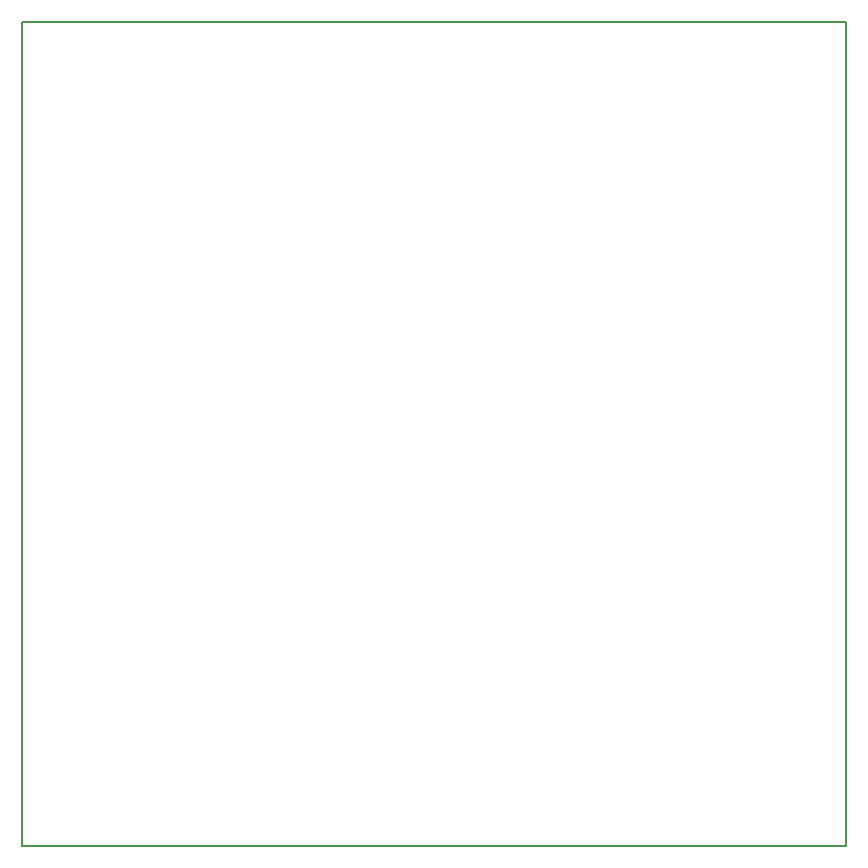
<source format=gm1>
G04 MADE WITH FRITZING*
G04 WWW.FRITZING.ORG*
G04 SINGLE SIDED*
G04 HOLES NOT PLATED*
G04 CONTOUR ON CENTER OF CONTOUR VECTOR*
%ASAXBY*%
%FSLAX23Y23*%
%MOIN*%
%OFA0B0*%
%SFA1.0B1.0*%
%ADD10R,2.755910X2.755910*%
%ADD11C,0.008000*%
%ADD10C,0.008*%
%LNCONTOUR*%
G90*
G70*
G54D10*
G54D11*
X4Y2752D02*
X2752Y2752D01*
X2752Y4D01*
X4Y4D01*
X4Y2752D01*
D02*
G04 End of contour*
M02*
</source>
